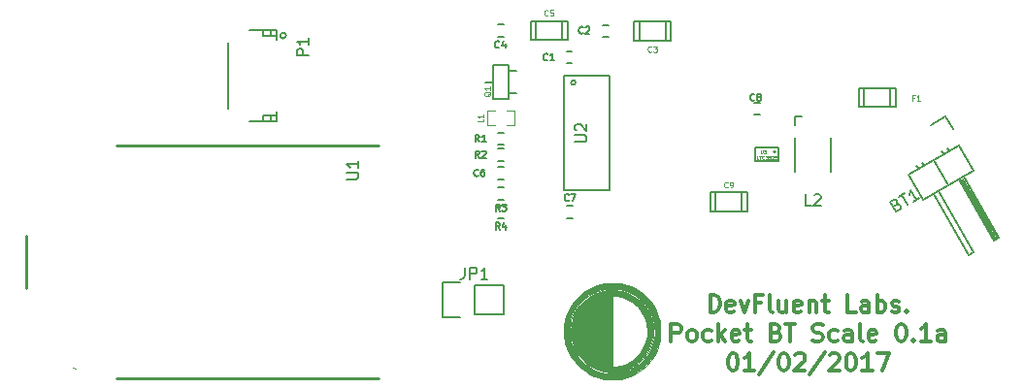
<source format=gbr>
G04 #@! TF.FileFunction,Legend,Top*
%FSLAX46Y46*%
G04 Gerber Fmt 4.6, Leading zero omitted, Abs format (unit mm)*
G04 Created by KiCad (PCBNEW 4.0.4-stable) date 02/11/17 12:35:40*
%MOMM*%
%LPD*%
G01*
G04 APERTURE LIST*
%ADD10C,0.100000*%
%ADD11C,0.300000*%
%ADD12C,0.150000*%
%ADD13C,0.127000*%
%ADD14C,0.119380*%
%ADD15C,0.254000*%
%ADD16C,0.010000*%
%ADD17C,0.114300*%
%ADD18C,0.125000*%
%ADD19C,0.075000*%
G04 APERTURE END LIST*
D10*
D11*
X157028572Y-98728571D02*
X157028572Y-97228571D01*
X157385715Y-97228571D01*
X157600000Y-97300000D01*
X157742858Y-97442857D01*
X157814286Y-97585714D01*
X157885715Y-97871429D01*
X157885715Y-98085714D01*
X157814286Y-98371429D01*
X157742858Y-98514286D01*
X157600000Y-98657143D01*
X157385715Y-98728571D01*
X157028572Y-98728571D01*
X159100000Y-98657143D02*
X158957143Y-98728571D01*
X158671429Y-98728571D01*
X158528572Y-98657143D01*
X158457143Y-98514286D01*
X158457143Y-97942857D01*
X158528572Y-97800000D01*
X158671429Y-97728571D01*
X158957143Y-97728571D01*
X159100000Y-97800000D01*
X159171429Y-97942857D01*
X159171429Y-98085714D01*
X158457143Y-98228571D01*
X159671429Y-97728571D02*
X160028572Y-98728571D01*
X160385714Y-97728571D01*
X161457143Y-97942857D02*
X160957143Y-97942857D01*
X160957143Y-98728571D02*
X160957143Y-97228571D01*
X161671429Y-97228571D01*
X162457143Y-98728571D02*
X162314285Y-98657143D01*
X162242857Y-98514286D01*
X162242857Y-97228571D01*
X163671428Y-97728571D02*
X163671428Y-98728571D01*
X163028571Y-97728571D02*
X163028571Y-98514286D01*
X163099999Y-98657143D01*
X163242857Y-98728571D01*
X163457142Y-98728571D01*
X163599999Y-98657143D01*
X163671428Y-98585714D01*
X164957142Y-98657143D02*
X164814285Y-98728571D01*
X164528571Y-98728571D01*
X164385714Y-98657143D01*
X164314285Y-98514286D01*
X164314285Y-97942857D01*
X164385714Y-97800000D01*
X164528571Y-97728571D01*
X164814285Y-97728571D01*
X164957142Y-97800000D01*
X165028571Y-97942857D01*
X165028571Y-98085714D01*
X164314285Y-98228571D01*
X165671428Y-97728571D02*
X165671428Y-98728571D01*
X165671428Y-97871429D02*
X165742856Y-97800000D01*
X165885714Y-97728571D01*
X166099999Y-97728571D01*
X166242856Y-97800000D01*
X166314285Y-97942857D01*
X166314285Y-98728571D01*
X166814285Y-97728571D02*
X167385714Y-97728571D01*
X167028571Y-97228571D02*
X167028571Y-98514286D01*
X167099999Y-98657143D01*
X167242857Y-98728571D01*
X167385714Y-98728571D01*
X169742857Y-98728571D02*
X169028571Y-98728571D01*
X169028571Y-97228571D01*
X170885714Y-98728571D02*
X170885714Y-97942857D01*
X170814285Y-97800000D01*
X170671428Y-97728571D01*
X170385714Y-97728571D01*
X170242857Y-97800000D01*
X170885714Y-98657143D02*
X170742857Y-98728571D01*
X170385714Y-98728571D01*
X170242857Y-98657143D01*
X170171428Y-98514286D01*
X170171428Y-98371429D01*
X170242857Y-98228571D01*
X170385714Y-98157143D01*
X170742857Y-98157143D01*
X170885714Y-98085714D01*
X171600000Y-98728571D02*
X171600000Y-97228571D01*
X171600000Y-97800000D02*
X171742857Y-97728571D01*
X172028571Y-97728571D01*
X172171428Y-97800000D01*
X172242857Y-97871429D01*
X172314286Y-98014286D01*
X172314286Y-98442857D01*
X172242857Y-98585714D01*
X172171428Y-98657143D01*
X172028571Y-98728571D01*
X171742857Y-98728571D01*
X171600000Y-98657143D01*
X172885714Y-98657143D02*
X173028571Y-98728571D01*
X173314286Y-98728571D01*
X173457143Y-98657143D01*
X173528571Y-98514286D01*
X173528571Y-98442857D01*
X173457143Y-98300000D01*
X173314286Y-98228571D01*
X173100000Y-98228571D01*
X172957143Y-98157143D01*
X172885714Y-98014286D01*
X172885714Y-97942857D01*
X172957143Y-97800000D01*
X173100000Y-97728571D01*
X173314286Y-97728571D01*
X173457143Y-97800000D01*
X174171429Y-98585714D02*
X174242857Y-98657143D01*
X174171429Y-98728571D01*
X174100000Y-98657143D01*
X174171429Y-98585714D01*
X174171429Y-98728571D01*
X153635716Y-101278571D02*
X153635716Y-99778571D01*
X154207144Y-99778571D01*
X154350002Y-99850000D01*
X154421430Y-99921429D01*
X154492859Y-100064286D01*
X154492859Y-100278571D01*
X154421430Y-100421429D01*
X154350002Y-100492857D01*
X154207144Y-100564286D01*
X153635716Y-100564286D01*
X155350002Y-101278571D02*
X155207144Y-101207143D01*
X155135716Y-101135714D01*
X155064287Y-100992857D01*
X155064287Y-100564286D01*
X155135716Y-100421429D01*
X155207144Y-100350000D01*
X155350002Y-100278571D01*
X155564287Y-100278571D01*
X155707144Y-100350000D01*
X155778573Y-100421429D01*
X155850002Y-100564286D01*
X155850002Y-100992857D01*
X155778573Y-101135714D01*
X155707144Y-101207143D01*
X155564287Y-101278571D01*
X155350002Y-101278571D01*
X157135716Y-101207143D02*
X156992859Y-101278571D01*
X156707145Y-101278571D01*
X156564287Y-101207143D01*
X156492859Y-101135714D01*
X156421430Y-100992857D01*
X156421430Y-100564286D01*
X156492859Y-100421429D01*
X156564287Y-100350000D01*
X156707145Y-100278571D01*
X156992859Y-100278571D01*
X157135716Y-100350000D01*
X157778573Y-101278571D02*
X157778573Y-99778571D01*
X157921430Y-100707143D02*
X158350001Y-101278571D01*
X158350001Y-100278571D02*
X157778573Y-100850000D01*
X159564287Y-101207143D02*
X159421430Y-101278571D01*
X159135716Y-101278571D01*
X158992859Y-101207143D01*
X158921430Y-101064286D01*
X158921430Y-100492857D01*
X158992859Y-100350000D01*
X159135716Y-100278571D01*
X159421430Y-100278571D01*
X159564287Y-100350000D01*
X159635716Y-100492857D01*
X159635716Y-100635714D01*
X158921430Y-100778571D01*
X160064287Y-100278571D02*
X160635716Y-100278571D01*
X160278573Y-99778571D02*
X160278573Y-101064286D01*
X160350001Y-101207143D01*
X160492859Y-101278571D01*
X160635716Y-101278571D01*
X162778573Y-100492857D02*
X162992859Y-100564286D01*
X163064287Y-100635714D01*
X163135716Y-100778571D01*
X163135716Y-100992857D01*
X163064287Y-101135714D01*
X162992859Y-101207143D01*
X162850001Y-101278571D01*
X162278573Y-101278571D01*
X162278573Y-99778571D01*
X162778573Y-99778571D01*
X162921430Y-99850000D01*
X162992859Y-99921429D01*
X163064287Y-100064286D01*
X163064287Y-100207143D01*
X162992859Y-100350000D01*
X162921430Y-100421429D01*
X162778573Y-100492857D01*
X162278573Y-100492857D01*
X163564287Y-99778571D02*
X164421430Y-99778571D01*
X163992859Y-101278571D02*
X163992859Y-99778571D01*
X165992858Y-101207143D02*
X166207144Y-101278571D01*
X166564287Y-101278571D01*
X166707144Y-101207143D01*
X166778573Y-101135714D01*
X166850001Y-100992857D01*
X166850001Y-100850000D01*
X166778573Y-100707143D01*
X166707144Y-100635714D01*
X166564287Y-100564286D01*
X166278573Y-100492857D01*
X166135715Y-100421429D01*
X166064287Y-100350000D01*
X165992858Y-100207143D01*
X165992858Y-100064286D01*
X166064287Y-99921429D01*
X166135715Y-99850000D01*
X166278573Y-99778571D01*
X166635715Y-99778571D01*
X166850001Y-99850000D01*
X168135715Y-101207143D02*
X167992858Y-101278571D01*
X167707144Y-101278571D01*
X167564286Y-101207143D01*
X167492858Y-101135714D01*
X167421429Y-100992857D01*
X167421429Y-100564286D01*
X167492858Y-100421429D01*
X167564286Y-100350000D01*
X167707144Y-100278571D01*
X167992858Y-100278571D01*
X168135715Y-100350000D01*
X169421429Y-101278571D02*
X169421429Y-100492857D01*
X169350000Y-100350000D01*
X169207143Y-100278571D01*
X168921429Y-100278571D01*
X168778572Y-100350000D01*
X169421429Y-101207143D02*
X169278572Y-101278571D01*
X168921429Y-101278571D01*
X168778572Y-101207143D01*
X168707143Y-101064286D01*
X168707143Y-100921429D01*
X168778572Y-100778571D01*
X168921429Y-100707143D01*
X169278572Y-100707143D01*
X169421429Y-100635714D01*
X170350001Y-101278571D02*
X170207143Y-101207143D01*
X170135715Y-101064286D01*
X170135715Y-99778571D01*
X171492857Y-101207143D02*
X171350000Y-101278571D01*
X171064286Y-101278571D01*
X170921429Y-101207143D01*
X170850000Y-101064286D01*
X170850000Y-100492857D01*
X170921429Y-100350000D01*
X171064286Y-100278571D01*
X171350000Y-100278571D01*
X171492857Y-100350000D01*
X171564286Y-100492857D01*
X171564286Y-100635714D01*
X170850000Y-100778571D01*
X173635714Y-99778571D02*
X173778571Y-99778571D01*
X173921428Y-99850000D01*
X173992857Y-99921429D01*
X174064286Y-100064286D01*
X174135714Y-100350000D01*
X174135714Y-100707143D01*
X174064286Y-100992857D01*
X173992857Y-101135714D01*
X173921428Y-101207143D01*
X173778571Y-101278571D01*
X173635714Y-101278571D01*
X173492857Y-101207143D01*
X173421428Y-101135714D01*
X173350000Y-100992857D01*
X173278571Y-100707143D01*
X173278571Y-100350000D01*
X173350000Y-100064286D01*
X173421428Y-99921429D01*
X173492857Y-99850000D01*
X173635714Y-99778571D01*
X174778571Y-101135714D02*
X174849999Y-101207143D01*
X174778571Y-101278571D01*
X174707142Y-101207143D01*
X174778571Y-101135714D01*
X174778571Y-101278571D01*
X176278571Y-101278571D02*
X175421428Y-101278571D01*
X175850000Y-101278571D02*
X175850000Y-99778571D01*
X175707143Y-99992857D01*
X175564285Y-100135714D01*
X175421428Y-100207143D01*
X177564285Y-101278571D02*
X177564285Y-100492857D01*
X177492856Y-100350000D01*
X177349999Y-100278571D01*
X177064285Y-100278571D01*
X176921428Y-100350000D01*
X177564285Y-101207143D02*
X177421428Y-101278571D01*
X177064285Y-101278571D01*
X176921428Y-101207143D01*
X176849999Y-101064286D01*
X176849999Y-100921429D01*
X176921428Y-100778571D01*
X177064285Y-100707143D01*
X177421428Y-100707143D01*
X177564285Y-100635714D01*
X158957144Y-102328571D02*
X159100001Y-102328571D01*
X159242858Y-102400000D01*
X159314287Y-102471429D01*
X159385716Y-102614286D01*
X159457144Y-102900000D01*
X159457144Y-103257143D01*
X159385716Y-103542857D01*
X159314287Y-103685714D01*
X159242858Y-103757143D01*
X159100001Y-103828571D01*
X158957144Y-103828571D01*
X158814287Y-103757143D01*
X158742858Y-103685714D01*
X158671430Y-103542857D01*
X158600001Y-103257143D01*
X158600001Y-102900000D01*
X158671430Y-102614286D01*
X158742858Y-102471429D01*
X158814287Y-102400000D01*
X158957144Y-102328571D01*
X160885715Y-103828571D02*
X160028572Y-103828571D01*
X160457144Y-103828571D02*
X160457144Y-102328571D01*
X160314287Y-102542857D01*
X160171429Y-102685714D01*
X160028572Y-102757143D01*
X162600000Y-102257143D02*
X161314286Y-104185714D01*
X163385715Y-102328571D02*
X163528572Y-102328571D01*
X163671429Y-102400000D01*
X163742858Y-102471429D01*
X163814287Y-102614286D01*
X163885715Y-102900000D01*
X163885715Y-103257143D01*
X163814287Y-103542857D01*
X163742858Y-103685714D01*
X163671429Y-103757143D01*
X163528572Y-103828571D01*
X163385715Y-103828571D01*
X163242858Y-103757143D01*
X163171429Y-103685714D01*
X163100001Y-103542857D01*
X163028572Y-103257143D01*
X163028572Y-102900000D01*
X163100001Y-102614286D01*
X163171429Y-102471429D01*
X163242858Y-102400000D01*
X163385715Y-102328571D01*
X164457143Y-102471429D02*
X164528572Y-102400000D01*
X164671429Y-102328571D01*
X165028572Y-102328571D01*
X165171429Y-102400000D01*
X165242858Y-102471429D01*
X165314286Y-102614286D01*
X165314286Y-102757143D01*
X165242858Y-102971429D01*
X164385715Y-103828571D01*
X165314286Y-103828571D01*
X167028571Y-102257143D02*
X165742857Y-104185714D01*
X167457143Y-102471429D02*
X167528572Y-102400000D01*
X167671429Y-102328571D01*
X168028572Y-102328571D01*
X168171429Y-102400000D01*
X168242858Y-102471429D01*
X168314286Y-102614286D01*
X168314286Y-102757143D01*
X168242858Y-102971429D01*
X167385715Y-103828571D01*
X168314286Y-103828571D01*
X169242857Y-102328571D02*
X169385714Y-102328571D01*
X169528571Y-102400000D01*
X169600000Y-102471429D01*
X169671429Y-102614286D01*
X169742857Y-102900000D01*
X169742857Y-103257143D01*
X169671429Y-103542857D01*
X169600000Y-103685714D01*
X169528571Y-103757143D01*
X169385714Y-103828571D01*
X169242857Y-103828571D01*
X169100000Y-103757143D01*
X169028571Y-103685714D01*
X168957143Y-103542857D01*
X168885714Y-103257143D01*
X168885714Y-102900000D01*
X168957143Y-102614286D01*
X169028571Y-102471429D01*
X169100000Y-102400000D01*
X169242857Y-102328571D01*
X171171428Y-103828571D02*
X170314285Y-103828571D01*
X170742857Y-103828571D02*
X170742857Y-102328571D01*
X170600000Y-102542857D01*
X170457142Y-102685714D01*
X170314285Y-102757143D01*
X171671428Y-102328571D02*
X172671428Y-102328571D01*
X172028571Y-103828571D01*
D12*
X177592339Y-81649167D02*
X176250000Y-82424167D01*
X178242339Y-82775000D02*
X177592339Y-81649167D01*
X179105485Y-87116012D02*
X182026485Y-92175333D01*
X182026485Y-92175333D02*
X181806515Y-92302333D01*
X181806515Y-92302333D02*
X178885515Y-87243012D01*
X178885515Y-87243012D02*
X178995500Y-87179512D01*
X178995500Y-87179512D02*
X181916500Y-92238833D01*
X177881970Y-84742823D02*
X177691470Y-84412867D01*
X177442030Y-84996823D02*
X177251530Y-84666867D01*
X175682266Y-86012823D02*
X175491766Y-85682867D01*
X175242325Y-86266823D02*
X175051825Y-85936867D01*
X178761852Y-84234823D02*
X180031852Y-86434527D01*
X176562148Y-85504823D02*
X177832148Y-87704527D01*
X176562148Y-85504823D02*
X174362443Y-86774823D01*
X174362443Y-86774823D02*
X175632443Y-88974527D01*
X176952266Y-88212527D02*
X180000266Y-93491818D01*
X180000266Y-93491818D02*
X179560325Y-93745818D01*
X179560325Y-93745818D02*
X176512325Y-88466527D01*
X175632443Y-88974527D02*
X177832148Y-87704527D01*
X177832148Y-87704527D02*
X180031852Y-86434527D01*
X181760030Y-92475818D02*
X178712030Y-87196527D01*
X182199970Y-92221818D02*
X181760030Y-92475818D01*
X179151970Y-86942527D02*
X182199970Y-92221818D01*
X176562148Y-85504823D02*
X177832148Y-87704527D01*
X178761852Y-84234823D02*
X176562148Y-85504823D01*
X144500000Y-77025000D02*
X145000000Y-77025000D01*
X145000000Y-75975000D02*
X144500000Y-75975000D01*
X147650000Y-74725000D02*
X148150000Y-74725000D01*
X148150000Y-73675000D02*
X147650000Y-73675000D01*
D13*
X150857000Y-73387200D02*
X150857000Y-75012800D01*
X153143000Y-75012800D02*
X153143000Y-73387200D01*
X153600200Y-75012800D02*
X153600200Y-73387200D01*
X153600200Y-73387200D02*
X150399800Y-73387200D01*
X150399800Y-73387200D02*
X150399800Y-75012800D01*
X150399800Y-75012800D02*
X153600200Y-75012800D01*
D12*
X138500000Y-74675000D02*
X139000000Y-74675000D01*
X139000000Y-73625000D02*
X138500000Y-73625000D01*
D13*
X141857000Y-73337200D02*
X141857000Y-74962800D01*
X144143000Y-74962800D02*
X144143000Y-73337200D01*
X144600200Y-74962800D02*
X144600200Y-73337200D01*
X144600200Y-73337200D02*
X141399800Y-73337200D01*
X141399800Y-73337200D02*
X141399800Y-74962800D01*
X141399800Y-74962800D02*
X144600200Y-74962800D01*
D12*
X138500000Y-87125000D02*
X139000000Y-87125000D01*
X139000000Y-86075000D02*
X138500000Y-86075000D01*
X145050000Y-89475000D02*
X144550000Y-89475000D01*
X144550000Y-90525000D02*
X145050000Y-90525000D01*
X160912122Y-81525000D02*
X161412122Y-81525000D01*
X161412122Y-80475000D02*
X160912122Y-80475000D01*
D13*
X159793000Y-89912800D02*
X159793000Y-88287200D01*
X157507000Y-88287200D02*
X157507000Y-89912800D01*
X157049800Y-88287200D02*
X157049800Y-89912800D01*
X157049800Y-89912800D02*
X160250200Y-89912800D01*
X160250200Y-89912800D02*
X160250200Y-88287200D01*
X160250200Y-88287200D02*
X157049800Y-88287200D01*
D14*
X139300380Y-82450240D02*
X139998880Y-82450240D01*
X138299620Y-82450240D02*
X137601120Y-82450240D01*
X139300380Y-81149760D02*
X139998880Y-81149760D01*
X137601120Y-81149760D02*
X138299620Y-81149760D01*
X139998880Y-81165000D02*
X139998880Y-82435000D01*
X137601120Y-82435000D02*
X137601120Y-81165000D01*
D13*
X139498500Y-77697500D02*
X140158900Y-77697500D01*
X139498500Y-79602500D02*
X140158900Y-79602500D01*
X138101500Y-78650000D02*
X137441100Y-78650000D01*
X138101500Y-80148600D02*
X138101500Y-77151400D01*
X138101500Y-77151400D02*
X139498500Y-77151400D01*
X139498500Y-77151400D02*
X139498500Y-80148600D01*
X139498500Y-80148600D02*
X138101500Y-80148600D01*
D12*
X138550000Y-84125000D02*
X139050000Y-84125000D01*
X139050000Y-83075000D02*
X138550000Y-83075000D01*
X138550000Y-85525000D02*
X139050000Y-85525000D01*
X139050000Y-84475000D02*
X138550000Y-84475000D01*
X138550000Y-88925000D02*
X139050000Y-88925000D01*
X139050000Y-87875000D02*
X138550000Y-87875000D01*
X138550000Y-90525000D02*
X139050000Y-90525000D01*
X139050000Y-89475000D02*
X138550000Y-89475000D01*
X145300000Y-78705000D02*
G75*
G03X145300000Y-78705000I-200000J0D01*
G01*
X148300000Y-78105000D02*
X148300000Y-88105000D01*
X148300000Y-88105000D02*
X144300000Y-88105000D01*
X144300000Y-88105000D02*
X144300000Y-78105000D01*
X144300000Y-78105000D02*
X148300000Y-78105000D01*
X162762122Y-84750000D02*
G75*
G03X162762122Y-84750000I-100000J0D01*
G01*
X162962122Y-85550000D02*
X160962122Y-85550000D01*
X160962122Y-85550000D02*
X160962122Y-84350000D01*
X160962122Y-84350000D02*
X162962122Y-84350000D01*
X162962122Y-84350000D02*
X162962122Y-85550000D01*
D13*
X172746000Y-80812800D02*
X172746000Y-79187200D01*
X170460000Y-79187200D02*
X170460000Y-80812800D01*
X170002800Y-79187200D02*
X170002800Y-80812800D01*
X170002800Y-80812800D02*
X173203200Y-80812800D01*
X173203200Y-80812800D02*
X173203200Y-79187200D01*
X173203200Y-79187200D02*
X170002800Y-79187200D01*
D12*
X136480000Y-96380000D02*
X139020000Y-96380000D01*
X133660000Y-96100000D02*
X135210000Y-96100000D01*
X136480000Y-96380000D02*
X136480000Y-98920000D01*
X135210000Y-99200000D02*
X133660000Y-99200000D01*
X133660000Y-99200000D02*
X133660000Y-96100000D01*
X136480000Y-98920000D02*
X139020000Y-98920000D01*
X139020000Y-98920000D02*
X139020000Y-96380000D01*
X164400000Y-81650000D02*
X165050000Y-81650000D01*
X164400000Y-82400000D02*
X164400000Y-81650000D01*
X164400000Y-86500000D02*
X164400000Y-83500000D01*
X167600000Y-83500000D02*
X167600000Y-86500000D01*
D10*
X101445559Y-103547341D02*
X101694476Y-103676881D01*
D15*
X128100000Y-104509995D02*
X105219996Y-104509995D01*
X105219996Y-84189995D02*
X128100000Y-84189995D01*
X97345996Y-96635995D02*
X97345996Y-92063996D01*
D12*
X120037500Y-74600000D02*
G75*
G03X120037500Y-74600000I-250000J0D01*
G01*
X114962500Y-75200000D02*
X114962500Y-81000000D01*
X116862500Y-74100000D02*
X119212500Y-74100000D01*
X119212500Y-74100000D02*
X119212500Y-75000000D01*
X119212500Y-74600000D02*
X118012500Y-74600000D01*
X118012500Y-74600000D02*
X118012500Y-74600000D01*
X118012500Y-74600000D02*
X119212500Y-74600000D01*
X119212500Y-74600000D02*
X119212500Y-74600000D01*
X118712500Y-74600000D02*
X118712500Y-74600000D01*
X118712500Y-74600000D02*
X118712500Y-74100000D01*
X118712500Y-74100000D02*
X118712500Y-74100000D01*
X118712500Y-74100000D02*
X118712500Y-74600000D01*
X118012500Y-74600000D02*
X118012500Y-74600000D01*
X118012500Y-74600000D02*
X118012500Y-74100000D01*
X118012500Y-74100000D02*
X118012500Y-74100000D01*
X118012500Y-74100000D02*
X118012500Y-74600000D01*
X116862500Y-82100000D02*
X119212500Y-82100000D01*
X119212500Y-82100000D02*
X119212500Y-81200000D01*
X119212500Y-81600000D02*
X118012500Y-81600000D01*
X118012500Y-81600000D02*
X118012500Y-81600000D01*
X118012500Y-81600000D02*
X119212500Y-81600000D01*
X119212500Y-81600000D02*
X119212500Y-81600000D01*
X118712500Y-81600000D02*
X118712500Y-81600000D01*
X118712500Y-81600000D02*
X118712500Y-82100000D01*
X118712500Y-82100000D02*
X118712500Y-82100000D01*
X118712500Y-82100000D02*
X118712500Y-81600000D01*
X118012500Y-81600000D02*
X118012500Y-81600000D01*
X118012500Y-81600000D02*
X118012500Y-82100000D01*
X118012500Y-82100000D02*
X118012500Y-82100000D01*
X118012500Y-82100000D02*
X118012500Y-81600000D01*
D16*
G36*
X148770657Y-96196409D02*
X148979517Y-96203279D01*
X149149401Y-96217582D01*
X149303133Y-96241651D01*
X149463536Y-96277819D01*
X149560464Y-96303069D01*
X150128969Y-96495952D01*
X150650133Y-96758126D01*
X151129623Y-97092859D01*
X151485965Y-97414034D01*
X151880913Y-97864345D01*
X152200694Y-98351813D01*
X152448578Y-98882102D01*
X152596930Y-99339535D01*
X152640565Y-99512952D01*
X152670846Y-99667432D01*
X152690107Y-99825799D01*
X152700682Y-100010877D01*
X152704903Y-100245488D01*
X152705363Y-100400000D01*
X152703591Y-100670657D01*
X152696721Y-100879517D01*
X152682418Y-101049401D01*
X152658349Y-101203133D01*
X152622180Y-101363536D01*
X152596930Y-101460464D01*
X152404047Y-102028969D01*
X152141874Y-102550133D01*
X151807141Y-103029623D01*
X151485965Y-103385965D01*
X151034616Y-103781727D01*
X150547248Y-104101335D01*
X150020326Y-104346819D01*
X149560464Y-104493144D01*
X149232482Y-104559181D01*
X148864817Y-104601940D01*
X148486638Y-104620106D01*
X148127117Y-104612368D01*
X147815425Y-104577412D01*
X147790275Y-104572802D01*
X147211307Y-104428437D01*
X146686591Y-104224035D01*
X146205644Y-103954130D01*
X145757982Y-103613250D01*
X145514034Y-103385442D01*
X145119423Y-102936008D01*
X144799725Y-102448962D01*
X144551772Y-101918816D01*
X144403069Y-101460464D01*
X144359434Y-101287048D01*
X144329153Y-101132568D01*
X144309892Y-100974200D01*
X144299318Y-100789123D01*
X144295097Y-100554512D01*
X144294728Y-100430461D01*
X144790102Y-100430461D01*
X144804158Y-100787573D01*
X144842287Y-101114513D01*
X144892369Y-101343546D01*
X145088781Y-101884175D01*
X145351976Y-102378749D01*
X145676658Y-102822404D01*
X146057532Y-103210275D01*
X146489303Y-103537498D01*
X146966674Y-103799208D01*
X147484351Y-103990541D01*
X147871939Y-104080724D01*
X148090539Y-104104503D01*
X148364213Y-104111699D01*
X148665377Y-104103706D01*
X148966447Y-104081917D01*
X149239841Y-104047726D01*
X149457974Y-104002525D01*
X149466316Y-104000179D01*
X150008244Y-103803474D01*
X150501763Y-103538588D01*
X150943179Y-103209241D01*
X151328794Y-102819149D01*
X151654912Y-102372030D01*
X151917837Y-101871602D01*
X152107631Y-101343546D01*
X152165793Y-101062935D01*
X152199882Y-100728987D01*
X152209898Y-100369539D01*
X152195842Y-100012427D01*
X152157712Y-99685486D01*
X152107631Y-99456453D01*
X151908200Y-98905002D01*
X151642600Y-98405428D01*
X151313710Y-97960609D01*
X150924410Y-97573426D01*
X150477577Y-97246758D01*
X149976091Y-96983482D01*
X149443546Y-96792369D01*
X149159620Y-96733562D01*
X148822476Y-96699471D01*
X148459865Y-96690070D01*
X148099539Y-96705330D01*
X147769251Y-96745225D01*
X147547500Y-96794230D01*
X147001387Y-96991383D01*
X146505086Y-97255959D01*
X146061937Y-97584611D01*
X145675280Y-97973989D01*
X145348454Y-98420746D01*
X145084800Y-98921531D01*
X144892369Y-99456453D01*
X144834207Y-99737065D01*
X144800118Y-100071013D01*
X144790102Y-100430461D01*
X144294728Y-100430461D01*
X144294637Y-100400000D01*
X144296409Y-100129342D01*
X144303279Y-99920483D01*
X144317582Y-99750599D01*
X144341651Y-99596867D01*
X144377819Y-99436463D01*
X144403069Y-99339535D01*
X144595952Y-98771031D01*
X144858126Y-98249866D01*
X145192859Y-97770377D01*
X145514034Y-97414034D01*
X145964345Y-97019087D01*
X146451813Y-96699306D01*
X146982102Y-96451421D01*
X147439535Y-96303069D01*
X147612952Y-96259434D01*
X147767432Y-96229153D01*
X147925799Y-96209892D01*
X148110877Y-96199318D01*
X148345488Y-96195097D01*
X148500000Y-96194637D01*
X148770657Y-96196409D01*
X148770657Y-96196409D01*
G37*
X148770657Y-96196409D02*
X148979517Y-96203279D01*
X149149401Y-96217582D01*
X149303133Y-96241651D01*
X149463536Y-96277819D01*
X149560464Y-96303069D01*
X150128969Y-96495952D01*
X150650133Y-96758126D01*
X151129623Y-97092859D01*
X151485965Y-97414034D01*
X151880913Y-97864345D01*
X152200694Y-98351813D01*
X152448578Y-98882102D01*
X152596930Y-99339535D01*
X152640565Y-99512952D01*
X152670846Y-99667432D01*
X152690107Y-99825799D01*
X152700682Y-100010877D01*
X152704903Y-100245488D01*
X152705363Y-100400000D01*
X152703591Y-100670657D01*
X152696721Y-100879517D01*
X152682418Y-101049401D01*
X152658349Y-101203133D01*
X152622180Y-101363536D01*
X152596930Y-101460464D01*
X152404047Y-102028969D01*
X152141874Y-102550133D01*
X151807141Y-103029623D01*
X151485965Y-103385965D01*
X151034616Y-103781727D01*
X150547248Y-104101335D01*
X150020326Y-104346819D01*
X149560464Y-104493144D01*
X149232482Y-104559181D01*
X148864817Y-104601940D01*
X148486638Y-104620106D01*
X148127117Y-104612368D01*
X147815425Y-104577412D01*
X147790275Y-104572802D01*
X147211307Y-104428437D01*
X146686591Y-104224035D01*
X146205644Y-103954130D01*
X145757982Y-103613250D01*
X145514034Y-103385442D01*
X145119423Y-102936008D01*
X144799725Y-102448962D01*
X144551772Y-101918816D01*
X144403069Y-101460464D01*
X144359434Y-101287048D01*
X144329153Y-101132568D01*
X144309892Y-100974200D01*
X144299318Y-100789123D01*
X144295097Y-100554512D01*
X144294728Y-100430461D01*
X144790102Y-100430461D01*
X144804158Y-100787573D01*
X144842287Y-101114513D01*
X144892369Y-101343546D01*
X145088781Y-101884175D01*
X145351976Y-102378749D01*
X145676658Y-102822404D01*
X146057532Y-103210275D01*
X146489303Y-103537498D01*
X146966674Y-103799208D01*
X147484351Y-103990541D01*
X147871939Y-104080724D01*
X148090539Y-104104503D01*
X148364213Y-104111699D01*
X148665377Y-104103706D01*
X148966447Y-104081917D01*
X149239841Y-104047726D01*
X149457974Y-104002525D01*
X149466316Y-104000179D01*
X150008244Y-103803474D01*
X150501763Y-103538588D01*
X150943179Y-103209241D01*
X151328794Y-102819149D01*
X151654912Y-102372030D01*
X151917837Y-101871602D01*
X152107631Y-101343546D01*
X152165793Y-101062935D01*
X152199882Y-100728987D01*
X152209898Y-100369539D01*
X152195842Y-100012427D01*
X152157712Y-99685486D01*
X152107631Y-99456453D01*
X151908200Y-98905002D01*
X151642600Y-98405428D01*
X151313710Y-97960609D01*
X150924410Y-97573426D01*
X150477577Y-97246758D01*
X149976091Y-96983482D01*
X149443546Y-96792369D01*
X149159620Y-96733562D01*
X148822476Y-96699471D01*
X148459865Y-96690070D01*
X148099539Y-96705330D01*
X147769251Y-96745225D01*
X147547500Y-96794230D01*
X147001387Y-96991383D01*
X146505086Y-97255959D01*
X146061937Y-97584611D01*
X145675280Y-97973989D01*
X145348454Y-98420746D01*
X145084800Y-98921531D01*
X144892369Y-99456453D01*
X144834207Y-99737065D01*
X144800118Y-100071013D01*
X144790102Y-100430461D01*
X144294728Y-100430461D01*
X144294637Y-100400000D01*
X144296409Y-100129342D01*
X144303279Y-99920483D01*
X144317582Y-99750599D01*
X144341651Y-99596867D01*
X144377819Y-99436463D01*
X144403069Y-99339535D01*
X144595952Y-98771031D01*
X144858126Y-98249866D01*
X145192859Y-97770377D01*
X145514034Y-97414034D01*
X145964345Y-97019087D01*
X146451813Y-96699306D01*
X146982102Y-96451421D01*
X147439535Y-96303069D01*
X147612952Y-96259434D01*
X147767432Y-96229153D01*
X147925799Y-96209892D01*
X148110877Y-96199318D01*
X148345488Y-96195097D01*
X148500000Y-96194637D01*
X148770657Y-96196409D01*
G36*
X149219976Y-96872682D02*
X149699777Y-97006243D01*
X150153442Y-97202672D01*
X150574755Y-97457755D01*
X150957503Y-97767272D01*
X151295470Y-98127007D01*
X151582443Y-98532743D01*
X151812205Y-98980262D01*
X151978542Y-99465348D01*
X152075241Y-99983783D01*
X152098333Y-100400000D01*
X152057838Y-100940782D01*
X151939990Y-101458728D01*
X151750245Y-101947212D01*
X151494060Y-102399610D01*
X151176890Y-102809295D01*
X150804192Y-103169642D01*
X150381422Y-103474025D01*
X149914035Y-103715820D01*
X149407488Y-103888401D01*
X149184193Y-103938686D01*
X148900018Y-103975926D01*
X148571679Y-103991612D01*
X148234765Y-103985839D01*
X147924868Y-103958700D01*
X147780333Y-103935002D01*
X147263822Y-103789477D01*
X146783692Y-103571913D01*
X146735189Y-103540611D01*
X148500000Y-103540611D01*
X148722250Y-103512569D01*
X148894790Y-103485652D01*
X149092145Y-103447592D01*
X149198500Y-103423885D01*
X149349275Y-103377740D01*
X149543578Y-103304123D01*
X149750176Y-103215310D01*
X149854667Y-103165939D01*
X150038630Y-103071099D01*
X150189507Y-102979464D01*
X150329769Y-102874234D01*
X150481888Y-102738606D01*
X150661406Y-102562734D01*
X150843023Y-102375776D01*
X150978114Y-102222189D01*
X151083592Y-102079278D01*
X151176370Y-101924344D01*
X151263582Y-101754667D01*
X151412704Y-101422011D01*
X151511516Y-101122290D01*
X151566487Y-100825636D01*
X151584085Y-100502176D01*
X151579865Y-100294167D01*
X151520949Y-99794391D01*
X151385084Y-99327471D01*
X151170921Y-98890367D01*
X150877112Y-98480042D01*
X150677890Y-98261435D01*
X150280961Y-97912623D01*
X149850996Y-97640222D01*
X149382555Y-97441557D01*
X148870197Y-97313946D01*
X148701083Y-97288329D01*
X148500000Y-97262145D01*
X148500000Y-103540611D01*
X146735189Y-103540611D01*
X146345491Y-103289120D01*
X145954766Y-102947911D01*
X145617064Y-102555099D01*
X145337934Y-102117496D01*
X145122922Y-101641914D01*
X144977576Y-101135165D01*
X144907443Y-100604062D01*
X144901667Y-100400000D01*
X144941999Y-99863079D01*
X145059504Y-99345486D01*
X145248938Y-98854979D01*
X145505059Y-98399317D01*
X145822627Y-97986261D01*
X146196400Y-97623569D01*
X146621135Y-97319001D01*
X147091592Y-97080316D01*
X147163703Y-97051478D01*
X147685902Y-96891389D01*
X148206824Y-96811038D01*
X148720253Y-96806208D01*
X149219976Y-96872682D01*
X149219976Y-96872682D01*
G37*
X149219976Y-96872682D02*
X149699777Y-97006243D01*
X150153442Y-97202672D01*
X150574755Y-97457755D01*
X150957503Y-97767272D01*
X151295470Y-98127007D01*
X151582443Y-98532743D01*
X151812205Y-98980262D01*
X151978542Y-99465348D01*
X152075241Y-99983783D01*
X152098333Y-100400000D01*
X152057838Y-100940782D01*
X151939990Y-101458728D01*
X151750245Y-101947212D01*
X151494060Y-102399610D01*
X151176890Y-102809295D01*
X150804192Y-103169642D01*
X150381422Y-103474025D01*
X149914035Y-103715820D01*
X149407488Y-103888401D01*
X149184193Y-103938686D01*
X148900018Y-103975926D01*
X148571679Y-103991612D01*
X148234765Y-103985839D01*
X147924868Y-103958700D01*
X147780333Y-103935002D01*
X147263822Y-103789477D01*
X146783692Y-103571913D01*
X146735189Y-103540611D01*
X148500000Y-103540611D01*
X148722250Y-103512569D01*
X148894790Y-103485652D01*
X149092145Y-103447592D01*
X149198500Y-103423885D01*
X149349275Y-103377740D01*
X149543578Y-103304123D01*
X149750176Y-103215310D01*
X149854667Y-103165939D01*
X150038630Y-103071099D01*
X150189507Y-102979464D01*
X150329769Y-102874234D01*
X150481888Y-102738606D01*
X150661406Y-102562734D01*
X150843023Y-102375776D01*
X150978114Y-102222189D01*
X151083592Y-102079278D01*
X151176370Y-101924344D01*
X151263582Y-101754667D01*
X151412704Y-101422011D01*
X151511516Y-101122290D01*
X151566487Y-100825636D01*
X151584085Y-100502176D01*
X151579865Y-100294167D01*
X151520949Y-99794391D01*
X151385084Y-99327471D01*
X151170921Y-98890367D01*
X150877112Y-98480042D01*
X150677890Y-98261435D01*
X150280961Y-97912623D01*
X149850996Y-97640222D01*
X149382555Y-97441557D01*
X148870197Y-97313946D01*
X148701083Y-97288329D01*
X148500000Y-97262145D01*
X148500000Y-103540611D01*
X146735189Y-103540611D01*
X146345491Y-103289120D01*
X145954766Y-102947911D01*
X145617064Y-102555099D01*
X145337934Y-102117496D01*
X145122922Y-101641914D01*
X144977576Y-101135165D01*
X144907443Y-100604062D01*
X144901667Y-100400000D01*
X144941999Y-99863079D01*
X145059504Y-99345486D01*
X145248938Y-98854979D01*
X145505059Y-98399317D01*
X145822627Y-97986261D01*
X146196400Y-97623569D01*
X146621135Y-97319001D01*
X147091592Y-97080316D01*
X147163703Y-97051478D01*
X147685902Y-96891389D01*
X148206824Y-96811038D01*
X148720253Y-96806208D01*
X149219976Y-96872682D01*
D12*
X173283836Y-89330998D02*
X173431364Y-89300808D01*
X173496413Y-89318239D01*
X173585271Y-89376908D01*
X173656700Y-89500626D01*
X173663079Y-89606914D01*
X173645650Y-89671963D01*
X173586980Y-89760821D01*
X173257066Y-89951297D01*
X172757066Y-89085272D01*
X173045741Y-88918605D01*
X173152029Y-88912225D01*
X173217078Y-88929655D01*
X173305936Y-88988324D01*
X173353555Y-89070803D01*
X173359935Y-89177091D01*
X173342505Y-89242139D01*
X173283836Y-89330998D01*
X172995161Y-89497665D01*
X173499373Y-88656701D02*
X173994245Y-88370986D01*
X174246809Y-89379869D02*
X173746809Y-88513844D01*
X175236553Y-88808440D02*
X174741681Y-89094154D01*
X174989116Y-88951297D02*
X174489116Y-88085272D01*
X174478066Y-88256609D01*
X174443207Y-88386706D01*
X174384538Y-88475565D01*
X142850000Y-76714286D02*
X142821429Y-76742857D01*
X142735715Y-76771429D01*
X142678572Y-76771429D01*
X142592857Y-76742857D01*
X142535715Y-76685714D01*
X142507143Y-76628571D01*
X142478572Y-76514286D01*
X142478572Y-76428571D01*
X142507143Y-76314286D01*
X142535715Y-76257143D01*
X142592857Y-76200000D01*
X142678572Y-76171429D01*
X142735715Y-76171429D01*
X142821429Y-76200000D01*
X142850000Y-76228571D01*
X143421429Y-76771429D02*
X143078572Y-76771429D01*
X143250000Y-76771429D02*
X143250000Y-76171429D01*
X143192857Y-76257143D01*
X143135715Y-76314286D01*
X143078572Y-76342857D01*
X145950000Y-74364286D02*
X145921429Y-74392857D01*
X145835715Y-74421429D01*
X145778572Y-74421429D01*
X145692857Y-74392857D01*
X145635715Y-74335714D01*
X145607143Y-74278571D01*
X145578572Y-74164286D01*
X145578572Y-74078571D01*
X145607143Y-73964286D01*
X145635715Y-73907143D01*
X145692857Y-73850000D01*
X145778572Y-73821429D01*
X145835715Y-73821429D01*
X145921429Y-73850000D01*
X145950000Y-73878571D01*
X146178572Y-73878571D02*
X146207143Y-73850000D01*
X146264286Y-73821429D01*
X146407143Y-73821429D01*
X146464286Y-73850000D01*
X146492857Y-73878571D01*
X146521429Y-73935714D01*
X146521429Y-73992857D01*
X146492857Y-74078571D01*
X146150000Y-74421429D01*
X146521429Y-74421429D01*
D14*
X151916604Y-75978707D02*
X151892776Y-76002535D01*
X151821293Y-76026362D01*
X151773638Y-76026362D01*
X151702155Y-76002535D01*
X151654500Y-75954880D01*
X151630672Y-75907224D01*
X151606844Y-75811914D01*
X151606844Y-75740431D01*
X151630672Y-75645120D01*
X151654500Y-75597465D01*
X151702155Y-75549810D01*
X151773638Y-75525982D01*
X151821293Y-75525982D01*
X151892776Y-75549810D01*
X151916604Y-75573638D01*
X152083397Y-75525982D02*
X152393156Y-75525982D01*
X152226363Y-75716603D01*
X152297845Y-75716603D01*
X152345501Y-75740431D01*
X152369328Y-75764259D01*
X152393156Y-75811914D01*
X152393156Y-75931052D01*
X152369328Y-75978707D01*
X152345501Y-76002535D01*
X152297845Y-76026362D01*
X152154880Y-76026362D01*
X152107224Y-76002535D01*
X152083397Y-75978707D01*
D12*
X138650000Y-75614286D02*
X138621429Y-75642857D01*
X138535715Y-75671429D01*
X138478572Y-75671429D01*
X138392857Y-75642857D01*
X138335715Y-75585714D01*
X138307143Y-75528571D01*
X138278572Y-75414286D01*
X138278572Y-75328571D01*
X138307143Y-75214286D01*
X138335715Y-75157143D01*
X138392857Y-75100000D01*
X138478572Y-75071429D01*
X138535715Y-75071429D01*
X138621429Y-75100000D01*
X138650000Y-75128571D01*
X139164286Y-75271429D02*
X139164286Y-75671429D01*
X139021429Y-75042857D02*
X138878572Y-75471429D01*
X139250000Y-75471429D01*
D14*
X142866604Y-72828707D02*
X142842776Y-72852535D01*
X142771293Y-72876362D01*
X142723638Y-72876362D01*
X142652155Y-72852535D01*
X142604500Y-72804880D01*
X142580672Y-72757224D01*
X142556844Y-72661914D01*
X142556844Y-72590431D01*
X142580672Y-72495120D01*
X142604500Y-72447465D01*
X142652155Y-72399810D01*
X142723638Y-72375982D01*
X142771293Y-72375982D01*
X142842776Y-72399810D01*
X142866604Y-72423638D01*
X143319328Y-72375982D02*
X143081052Y-72375982D01*
X143057224Y-72614259D01*
X143081052Y-72590431D01*
X143128707Y-72566603D01*
X143247845Y-72566603D01*
X143295501Y-72590431D01*
X143319328Y-72614259D01*
X143343156Y-72661914D01*
X143343156Y-72781052D01*
X143319328Y-72828707D01*
X143295501Y-72852535D01*
X143247845Y-72876362D01*
X143128707Y-72876362D01*
X143081052Y-72852535D01*
X143057224Y-72828707D01*
D12*
X136800000Y-86814286D02*
X136771429Y-86842857D01*
X136685715Y-86871429D01*
X136628572Y-86871429D01*
X136542857Y-86842857D01*
X136485715Y-86785714D01*
X136457143Y-86728571D01*
X136428572Y-86614286D01*
X136428572Y-86528571D01*
X136457143Y-86414286D01*
X136485715Y-86357143D01*
X136542857Y-86300000D01*
X136628572Y-86271429D01*
X136685715Y-86271429D01*
X136771429Y-86300000D01*
X136800000Y-86328571D01*
X137314286Y-86271429D02*
X137200000Y-86271429D01*
X137142857Y-86300000D01*
X137114286Y-86328571D01*
X137057143Y-86414286D01*
X137028572Y-86528571D01*
X137028572Y-86757143D01*
X137057143Y-86814286D01*
X137085715Y-86842857D01*
X137142857Y-86871429D01*
X137257143Y-86871429D01*
X137314286Y-86842857D01*
X137342857Y-86814286D01*
X137371429Y-86757143D01*
X137371429Y-86614286D01*
X137342857Y-86557143D01*
X137314286Y-86528571D01*
X137257143Y-86500000D01*
X137142857Y-86500000D01*
X137085715Y-86528571D01*
X137057143Y-86557143D01*
X137028572Y-86614286D01*
X144700000Y-88964286D02*
X144671429Y-88992857D01*
X144585715Y-89021429D01*
X144528572Y-89021429D01*
X144442857Y-88992857D01*
X144385715Y-88935714D01*
X144357143Y-88878571D01*
X144328572Y-88764286D01*
X144328572Y-88678571D01*
X144357143Y-88564286D01*
X144385715Y-88507143D01*
X144442857Y-88450000D01*
X144528572Y-88421429D01*
X144585715Y-88421429D01*
X144671429Y-88450000D01*
X144700000Y-88478571D01*
X144900000Y-88421429D02*
X145300000Y-88421429D01*
X145042857Y-89021429D01*
X160900000Y-80214286D02*
X160871429Y-80242857D01*
X160785715Y-80271429D01*
X160728572Y-80271429D01*
X160642857Y-80242857D01*
X160585715Y-80185714D01*
X160557143Y-80128571D01*
X160528572Y-80014286D01*
X160528572Y-79928571D01*
X160557143Y-79814286D01*
X160585715Y-79757143D01*
X160642857Y-79700000D01*
X160728572Y-79671429D01*
X160785715Y-79671429D01*
X160871429Y-79700000D01*
X160900000Y-79728571D01*
X161242857Y-79928571D02*
X161185715Y-79900000D01*
X161157143Y-79871429D01*
X161128572Y-79814286D01*
X161128572Y-79785714D01*
X161157143Y-79728571D01*
X161185715Y-79700000D01*
X161242857Y-79671429D01*
X161357143Y-79671429D01*
X161414286Y-79700000D01*
X161442857Y-79728571D01*
X161471429Y-79785714D01*
X161471429Y-79814286D01*
X161442857Y-79871429D01*
X161414286Y-79900000D01*
X161357143Y-79928571D01*
X161242857Y-79928571D01*
X161185715Y-79957143D01*
X161157143Y-79985714D01*
X161128572Y-80042857D01*
X161128572Y-80157143D01*
X161157143Y-80214286D01*
X161185715Y-80242857D01*
X161242857Y-80271429D01*
X161357143Y-80271429D01*
X161414286Y-80242857D01*
X161442857Y-80214286D01*
X161471429Y-80157143D01*
X161471429Y-80042857D01*
X161442857Y-79985714D01*
X161414286Y-79957143D01*
X161357143Y-79928571D01*
D14*
X158566604Y-87828707D02*
X158542776Y-87852535D01*
X158471293Y-87876362D01*
X158423638Y-87876362D01*
X158352155Y-87852535D01*
X158304500Y-87804880D01*
X158280672Y-87757224D01*
X158256844Y-87661914D01*
X158256844Y-87590431D01*
X158280672Y-87495120D01*
X158304500Y-87447465D01*
X158352155Y-87399810D01*
X158423638Y-87375982D01*
X158471293Y-87375982D01*
X158542776Y-87399810D01*
X158566604Y-87423638D01*
X158804880Y-87876362D02*
X158900190Y-87876362D01*
X158947845Y-87852535D01*
X158971673Y-87828707D01*
X159019328Y-87757224D01*
X159043156Y-87661914D01*
X159043156Y-87471293D01*
X159019328Y-87423638D01*
X158995501Y-87399810D01*
X158947845Y-87375982D01*
X158852535Y-87375982D01*
X158804880Y-87399810D01*
X158781052Y-87423638D01*
X158757224Y-87471293D01*
X158757224Y-87590431D01*
X158781052Y-87638086D01*
X158804880Y-87661914D01*
X158852535Y-87685741D01*
X158947845Y-87685741D01*
X158995501Y-87661914D01*
X159019328Y-87638086D01*
X159043156Y-87590431D01*
D17*
X137242310Y-81888700D02*
X137242310Y-82106414D01*
X136734310Y-82106414D01*
X137242310Y-81496814D02*
X137242310Y-81758071D01*
X137242310Y-81627443D02*
X136734310Y-81627443D01*
X136806881Y-81670986D01*
X136855262Y-81714528D01*
X136879452Y-81758071D01*
D18*
X137883810Y-79507619D02*
X137860000Y-79555238D01*
X137812381Y-79602857D01*
X137740952Y-79674286D01*
X137717143Y-79721905D01*
X137717143Y-79769524D01*
X137836190Y-79745714D02*
X137812381Y-79793333D01*
X137764762Y-79840952D01*
X137669524Y-79864762D01*
X137502857Y-79864762D01*
X137407619Y-79840952D01*
X137360000Y-79793333D01*
X137336190Y-79745714D01*
X137336190Y-79650476D01*
X137360000Y-79602857D01*
X137407619Y-79555238D01*
X137502857Y-79531429D01*
X137669524Y-79531429D01*
X137764762Y-79555238D01*
X137812381Y-79602857D01*
X137836190Y-79650476D01*
X137836190Y-79745714D01*
X137836190Y-79055238D02*
X137836190Y-79340952D01*
X137836190Y-79198095D02*
X137336190Y-79198095D01*
X137407619Y-79245714D01*
X137455238Y-79293333D01*
X137479048Y-79340952D01*
D12*
X136900000Y-83871429D02*
X136700000Y-83585714D01*
X136557143Y-83871429D02*
X136557143Y-83271429D01*
X136785715Y-83271429D01*
X136842857Y-83300000D01*
X136871429Y-83328571D01*
X136900000Y-83385714D01*
X136900000Y-83471429D01*
X136871429Y-83528571D01*
X136842857Y-83557143D01*
X136785715Y-83585714D01*
X136557143Y-83585714D01*
X137471429Y-83871429D02*
X137128572Y-83871429D01*
X137300000Y-83871429D02*
X137300000Y-83271429D01*
X137242857Y-83357143D01*
X137185715Y-83414286D01*
X137128572Y-83442857D01*
X136900000Y-85271429D02*
X136700000Y-84985714D01*
X136557143Y-85271429D02*
X136557143Y-84671429D01*
X136785715Y-84671429D01*
X136842857Y-84700000D01*
X136871429Y-84728571D01*
X136900000Y-84785714D01*
X136900000Y-84871429D01*
X136871429Y-84928571D01*
X136842857Y-84957143D01*
X136785715Y-84985714D01*
X136557143Y-84985714D01*
X137128572Y-84728571D02*
X137157143Y-84700000D01*
X137214286Y-84671429D01*
X137357143Y-84671429D01*
X137414286Y-84700000D01*
X137442857Y-84728571D01*
X137471429Y-84785714D01*
X137471429Y-84842857D01*
X137442857Y-84928571D01*
X137100000Y-85271429D01*
X137471429Y-85271429D01*
X138700000Y-89921429D02*
X138500000Y-89635714D01*
X138357143Y-89921429D02*
X138357143Y-89321429D01*
X138585715Y-89321429D01*
X138642857Y-89350000D01*
X138671429Y-89378571D01*
X138700000Y-89435714D01*
X138700000Y-89521429D01*
X138671429Y-89578571D01*
X138642857Y-89607143D01*
X138585715Y-89635714D01*
X138357143Y-89635714D01*
X138900000Y-89321429D02*
X139271429Y-89321429D01*
X139071429Y-89550000D01*
X139157143Y-89550000D01*
X139214286Y-89578571D01*
X139242857Y-89607143D01*
X139271429Y-89664286D01*
X139271429Y-89807143D01*
X139242857Y-89864286D01*
X139214286Y-89892857D01*
X139157143Y-89921429D01*
X138985715Y-89921429D01*
X138928572Y-89892857D01*
X138900000Y-89864286D01*
X138700000Y-91521429D02*
X138500000Y-91235714D01*
X138357143Y-91521429D02*
X138357143Y-90921429D01*
X138585715Y-90921429D01*
X138642857Y-90950000D01*
X138671429Y-90978571D01*
X138700000Y-91035714D01*
X138700000Y-91121429D01*
X138671429Y-91178571D01*
X138642857Y-91207143D01*
X138585715Y-91235714D01*
X138357143Y-91235714D01*
X139214286Y-91121429D02*
X139214286Y-91521429D01*
X139071429Y-90892857D02*
X138928572Y-91321429D01*
X139300000Y-91321429D01*
X145252381Y-83866905D02*
X146061905Y-83866905D01*
X146157143Y-83819286D01*
X146204762Y-83771667D01*
X146252381Y-83676429D01*
X146252381Y-83485952D01*
X146204762Y-83390714D01*
X146157143Y-83343095D01*
X146061905Y-83295476D01*
X145252381Y-83295476D01*
X145347619Y-82866905D02*
X145300000Y-82819286D01*
X145252381Y-82724048D01*
X145252381Y-82485952D01*
X145300000Y-82390714D01*
X145347619Y-82343095D01*
X145442857Y-82295476D01*
X145538095Y-82295476D01*
X145680952Y-82343095D01*
X146252381Y-82914524D01*
X146252381Y-82295476D01*
D19*
X161433551Y-84585714D02*
X161433551Y-84828571D01*
X161447836Y-84857143D01*
X161462122Y-84871429D01*
X161490693Y-84885714D01*
X161547836Y-84885714D01*
X161576408Y-84871429D01*
X161590693Y-84857143D01*
X161604979Y-84828571D01*
X161604979Y-84585714D01*
X161719265Y-84585714D02*
X161904979Y-84585714D01*
X161804979Y-84700000D01*
X161847837Y-84700000D01*
X161876408Y-84714286D01*
X161890694Y-84728571D01*
X161904979Y-84757143D01*
X161904979Y-84828571D01*
X161890694Y-84857143D01*
X161876408Y-84871429D01*
X161847837Y-84885714D01*
X161762122Y-84885714D01*
X161733551Y-84871429D01*
X161719265Y-84857143D01*
X161257144Y-85385714D02*
X161114287Y-85385714D01*
X161114287Y-85085714D01*
X161314286Y-85085714D02*
X161485715Y-85085714D01*
X161400001Y-85385714D02*
X161400001Y-85085714D01*
X161757143Y-85357143D02*
X161742857Y-85371429D01*
X161700000Y-85385714D01*
X161671429Y-85385714D01*
X161628572Y-85371429D01*
X161600000Y-85342857D01*
X161585715Y-85314286D01*
X161571429Y-85257143D01*
X161571429Y-85214286D01*
X161585715Y-85157143D01*
X161600000Y-85128571D01*
X161628572Y-85100000D01*
X161671429Y-85085714D01*
X161700000Y-85085714D01*
X161742857Y-85100000D01*
X161757143Y-85114286D01*
X161857143Y-85085714D02*
X162042857Y-85085714D01*
X161942857Y-85200000D01*
X161985715Y-85200000D01*
X162014286Y-85214286D01*
X162028572Y-85228571D01*
X162042857Y-85257143D01*
X162042857Y-85328571D01*
X162028572Y-85357143D01*
X162014286Y-85371429D01*
X161985715Y-85385714D01*
X161900000Y-85385714D01*
X161871429Y-85371429D01*
X161857143Y-85357143D01*
X162314286Y-85085714D02*
X162171429Y-85085714D01*
X162157143Y-85228571D01*
X162171429Y-85214286D01*
X162200000Y-85200000D01*
X162271429Y-85200000D01*
X162300000Y-85214286D01*
X162314286Y-85228571D01*
X162328571Y-85257143D01*
X162328571Y-85328571D01*
X162314286Y-85357143D01*
X162300000Y-85371429D01*
X162271429Y-85385714D01*
X162200000Y-85385714D01*
X162171429Y-85371429D01*
X162157143Y-85357143D01*
X162442857Y-85114286D02*
X162457143Y-85100000D01*
X162485714Y-85085714D01*
X162557143Y-85085714D01*
X162585714Y-85100000D01*
X162600000Y-85114286D01*
X162614285Y-85142857D01*
X162614285Y-85171429D01*
X162600000Y-85214286D01*
X162428571Y-85385714D01*
X162614285Y-85385714D01*
X162885714Y-85085714D02*
X162742857Y-85085714D01*
X162728571Y-85228571D01*
X162742857Y-85214286D01*
X162771428Y-85200000D01*
X162842857Y-85200000D01*
X162871428Y-85214286D01*
X162885714Y-85228571D01*
X162899999Y-85257143D01*
X162899999Y-85328571D01*
X162885714Y-85357143D01*
X162871428Y-85371429D01*
X162842857Y-85385714D01*
X162771428Y-85385714D01*
X162742857Y-85371429D01*
X162728571Y-85357143D01*
D14*
X174836207Y-80014259D02*
X174669414Y-80014259D01*
X174669414Y-80276362D02*
X174669414Y-79775982D01*
X174907690Y-79775982D01*
X175360415Y-80276362D02*
X175074483Y-80276362D01*
X175217449Y-80276362D02*
X175217449Y-79775982D01*
X175169794Y-79847465D01*
X175122139Y-79895120D01*
X175074483Y-79918948D01*
D12*
X135626667Y-94852381D02*
X135626667Y-95566667D01*
X135579047Y-95709524D01*
X135483809Y-95804762D01*
X135340952Y-95852381D01*
X135245714Y-95852381D01*
X136102857Y-95852381D02*
X136102857Y-94852381D01*
X136483810Y-94852381D01*
X136579048Y-94900000D01*
X136626667Y-94947619D01*
X136674286Y-95042857D01*
X136674286Y-95185714D01*
X136626667Y-95280952D01*
X136579048Y-95328571D01*
X136483810Y-95376190D01*
X136102857Y-95376190D01*
X137626667Y-95852381D02*
X137055238Y-95852381D01*
X137340952Y-95852381D02*
X137340952Y-94852381D01*
X137245714Y-94995238D01*
X137150476Y-95090476D01*
X137055238Y-95138095D01*
X165833334Y-89452381D02*
X165357143Y-89452381D01*
X165357143Y-88452381D01*
X166119048Y-88547619D02*
X166166667Y-88500000D01*
X166261905Y-88452381D01*
X166500001Y-88452381D01*
X166595239Y-88500000D01*
X166642858Y-88547619D01*
X166690477Y-88642857D01*
X166690477Y-88738095D01*
X166642858Y-88880952D01*
X166071429Y-89452381D01*
X166690477Y-89452381D01*
X125352381Y-87121905D02*
X126161905Y-87121905D01*
X126257143Y-87074286D01*
X126304762Y-87026667D01*
X126352381Y-86931429D01*
X126352381Y-86740952D01*
X126304762Y-86645714D01*
X126257143Y-86598095D01*
X126161905Y-86550476D01*
X125352381Y-86550476D01*
X126352381Y-85550476D02*
X126352381Y-86121905D01*
X126352381Y-85836191D02*
X125352381Y-85836191D01*
X125495238Y-85931429D01*
X125590476Y-86026667D01*
X125638095Y-86121905D01*
X121989881Y-76338095D02*
X120989881Y-76338095D01*
X120989881Y-75957142D01*
X121037500Y-75861904D01*
X121085119Y-75814285D01*
X121180357Y-75766666D01*
X121323214Y-75766666D01*
X121418452Y-75814285D01*
X121466071Y-75861904D01*
X121513690Y-75957142D01*
X121513690Y-76338095D01*
X121989881Y-74814285D02*
X121989881Y-75385714D01*
X121989881Y-75100000D02*
X120989881Y-75100000D01*
X121132738Y-75195238D01*
X121227976Y-75290476D01*
X121275595Y-75385714D01*
M02*

</source>
